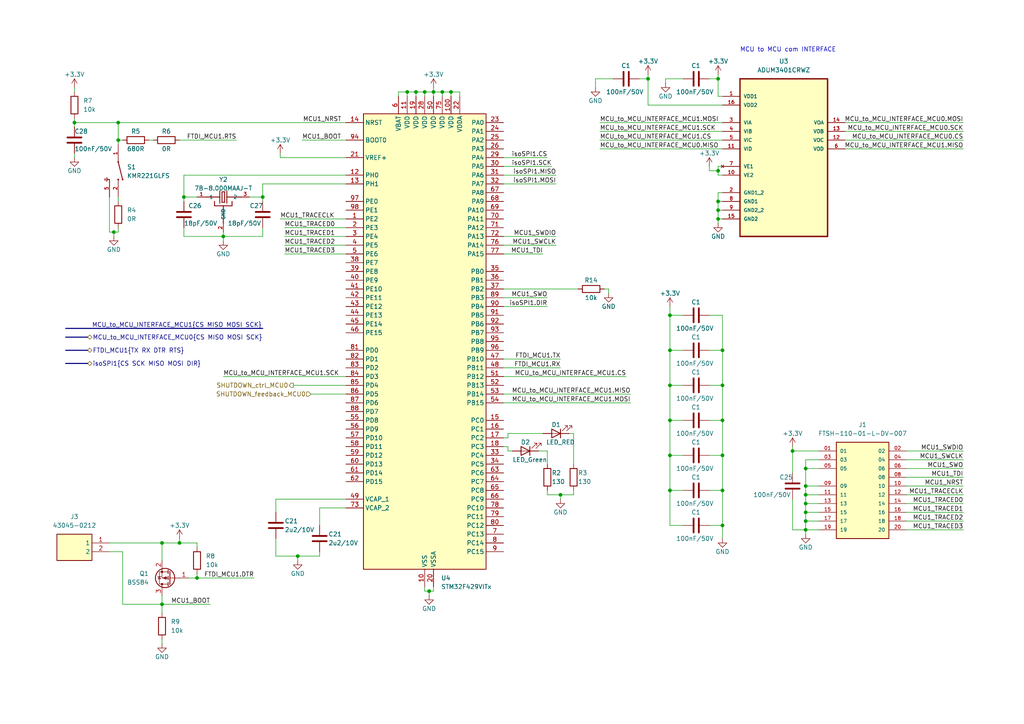
<source format=kicad_sch>
(kicad_sch (version 20230121) (generator eeschema)
  (paper "A4")
  (lib_symbols
    (symbol "43045-0212:43045-0212"
      (property "Reference" "J" (at 16.51 7.62 0))
      (property "Value" "43045-0212" (at 16.51 5.08 0))
      (symbol "43045-0212_1_1"
        (rectangle (start 5.08 2.54) (end 15.24 -5.08) (stroke (width 0.254)) (fill (type background)))
        (pin passive line (at 0 -2.54 0) (length 5.08) (name "1") (number "1"))
        (pin passive line (at 0 0 0) (length 5.08) (name "2") (number "2"))
      )
    )
    (symbol "7B-8.000MAAJ-T:7B-8.000MAAJ-T" (pin_names (offset 1.016))
      (property "Reference" "Y" (at 3.8109 -4.0649 0))
      (property "Value" "7B-8.000MAAJ-T" (at 3.8168 -6.3614 0))
      (symbol "7B-8.000MAAJ-T_0_0"
        (polyline (pts (xy -5.08 0) (xy -1.016 0)) (stroke (width 0.254)))
        (polyline (pts (xy -2.54 -2.54) (xy 0 -2.54)) (stroke (width 0.254)))
        (polyline (pts (xy -2.54 -1.27) (xy -2.54 -2.54)) (stroke (width 0.254)))
        (polyline (pts (xy -1.016 0) (xy -1.016 -1.778)) (stroke (width 0.254)))
        (polyline (pts (xy -1.016 1.778) (xy -1.016 0)) (stroke (width 0.254)))
        (polyline (pts (xy -0.381 -1.524) (xy 0.381 -1.524)) (stroke (width 0.254)))
        (polyline (pts (xy -0.381 1.524) (xy -0.381 -1.524)) (stroke (width 0.254)))
        (polyline (pts (xy 0 -2.54) (xy 0 -7.62)) (stroke (width 0.254)))
        (polyline (pts (xy 0 -2.54) (xy 2.54 -2.54)) (stroke (width 0.254)))
        (polyline (pts (xy 0.381 -1.524) (xy 0.381 1.524)) (stroke (width 0.254)))
        (polyline (pts (xy 0.381 1.524) (xy -0.381 1.524)) (stroke (width 0.254)))
        (polyline (pts (xy 1.016 0) (xy 1.016 -1.778)) (stroke (width 0.254)))
        (polyline (pts (xy 1.016 1.778) (xy 1.016 0)) (stroke (width 0.254)))
        (polyline (pts (xy 2.54 -2.54) (xy 2.54 -1.27)) (stroke (width 0.254)))
        (polyline (pts (xy 5.08 0) (xy 1.016 0)) (stroke (width 0.254)))
        (pin passive line (at -7.62 0 0) (length 2.54) (name "1") (number "1"))
        (pin passive line (at 0 -10.16 90) (length 2.54) (name "GND") (number "2"))
        (pin passive line (at 7.62 0 180) (length 2.54) (name "2") (number "3"))
      )
    )
    (symbol "ADUM3401CRWZ:ADUM3401CRWZ" (pin_names (offset 1.016))
      (property "Reference" "U" (at -4.7299 22.6067 0))
      (property "Value" "ADUM3401CRWZ" (at -6.0296 -28.5708 0))
      (symbol "ADUM3401CRWZ_0_0"
        (rectangle (start -12.7 -25.4) (end 12.7 20.32) (stroke (width 0.4064)) (fill (type background)))
        (pin power_in line (at -17.78 15.24 0) (length 5.08) (name "VDD1") (number "1"))
        (pin output line (at -17.78 -7.62 0) (length 5.08) (name "VE2") (number "10"))
        (pin output line (at -17.78 0 0) (length 5.08) (name "VID") (number "11"))
        (pin output line (at 17.78 2.54 180) (length 5.08) (name "VOC") (number "12"))
        (pin output line (at 17.78 5.08 180) (length 5.08) (name "VOB") (number "13"))
        (pin output line (at 17.78 7.62 180) (length 5.08) (name "VOA") (number "14"))
        (pin passive line (at -17.78 -20.32 0) (length 5.08) (name "GND2") (number "15"))
        (pin power_in line (at -17.78 12.7 0) (length 5.08) (name "VDD2") (number "16"))
        (pin passive line (at -17.78 -12.7 0) (length 5.08) (name "GND1_2") (number "2"))
        (pin input line (at -17.78 7.62 0) (length 5.08) (name "VIA") (number "3"))
        (pin input line (at -17.78 5.08 0) (length 5.08) (name "VIB") (number "4"))
        (pin input line (at -17.78 2.54 0) (length 5.08) (name "VIC") (number "5"))
        (pin input line (at 17.78 0 180) (length 5.08) (name "VOD") (number "6"))
        (pin no_connect line (at -17.78 -5.08 0) (length 5.08) (name "VE1") (number "7"))
        (pin passive line (at -17.78 -15.24 0) (length 5.08) (name "GND1") (number "8"))
        (pin passive line (at -17.78 -17.78 0) (length 5.08) (name "GND2_2") (number "9"))
      )
    )
    (symbol "Device:C" (pin_numbers hide) (pin_names (offset 0.254))
      (property "Reference" "C" (at 0.635 2.54 0))
      (property "Value" "C" (at 0.635 -2.54 0))
      (symbol "C_0_1"
        (polyline (pts (xy -2.032 -0.762) (xy 2.032 -0.762)) (stroke (width 0.508)))
        (polyline (pts (xy -2.032 0.762) (xy 2.032 0.762)) (stroke (width 0.508)))
      )
      (symbol "C_1_1"
        (pin passive line (at 0 3.81 270) (length 2.794) (name "~") (number "1"))
        (pin passive line (at 0 -3.81 90) (length 2.794) (name "~") (number "2"))
      )
    )
    (symbol "Device:LED" (pin_numbers hide) (pin_names (offset 1.016) hide)
      (property "Reference" "D" (at 0 2.54 0))
      (property "Value" "LED" (at 0 -2.54 0))
      (symbol "LED_0_1"
        (polyline (pts (xy -1.27 -1.27) (xy -1.27 1.27)) (stroke (width 0.254)))
        (polyline (pts (xy -1.27 0) (xy 1.27 0)))
        (polyline (pts (xy 1.27 -1.27) (xy 1.27 1.27) (xy -1.27 0) (xy 1.27 -1.27)) (stroke (width 0.254)))
        (polyline (pts (xy -3.048 -0.762) (xy -4.572 -2.286) (xy -3.81 -2.286) (xy -4.572 -2.286) (xy -4.572 -1.524)))
        (polyline (pts (xy -1.778 -0.762) (xy -3.302 -2.286) (xy -2.54 -2.286) (xy -3.302 -2.286) (xy -3.302 -1.524)))
      )
      (symbol "LED_1_1"
        (pin passive line (at -3.81 0 0) (length 2.54) (name "K") (number "1"))
        (pin passive line (at 3.81 0 180) (length 2.54) (name "A") (number "2"))
      )
    )
    (symbol "Device:R" (pin_numbers hide) (pin_names (offset 0))
      (property "Reference" "R" (at 2.032 0 90))
      (property "Value" "R" (at 0 0 90))
      (symbol "R_0_1"
        (rectangle (start -1.016 -2.54) (end 1.016 2.54) (stroke (width 0.254)))
      )
      (symbol "R_1_1"
        (pin passive line (at 0 3.81 270) (length 1.27) (name "~") (number "1"))
        (pin passive line (at 0 -3.81 90) (length 1.27) (name "~") (number "2"))
      )
    )
    (symbol "FTSH-110-01-L-DV-007:FTSH-110-01-L-DV-007" (pin_names (offset 1.016))
      (property "Reference" "J" (at -8.12 15.24 0))
      (property "Value" "FTSH-110-01-L-DV-007" (at -7.62 -15.24 0))
      (symbol "FTSH-110-01-L-DV-007_0_0"
        (rectangle (start -7.62 -12.7) (end 7.62 15.24) (stroke (width 0.254)) (fill (type background)))
        (pin passive line (at -12.7 12.7 0) (length 5.08) (name "01") (number "01"))
        (pin passive line (at 12.7 12.7 180) (length 5.08) (name "02") (number "02"))
        (pin passive line (at -12.7 10.16 0) (length 5.08) (name "03") (number "03"))
        (pin passive line (at 12.7 10.16 180) (length 5.08) (name "04") (number "04"))
        (pin passive line (at -12.7 7.62 0) (length 5.08) (name "05") (number "05"))
        (pin passive line (at 12.7 7.62 180) (length 5.08) (name "06") (number "06"))
        (pin passive line (at 12.7 5.08 180) (length 5.08) (name "08") (number "08"))
        (pin passive line (at -12.7 2.54 0) (length 5.08) (name "09") (number "09"))
        (pin passive line (at 12.7 2.54 180) (length 5.08) (name "10") (number "10"))
        (pin passive line (at -12.7 0 0) (length 5.08) (name "11") (number "11"))
        (pin passive line (at 12.7 0 180) (length 5.08) (name "12") (number "12"))
        (pin passive line (at -12.7 -2.54 0) (length 5.08) (name "13") (number "13"))
        (pin passive line (at 12.7 -2.54 180) (length 5.08) (name "14") (number "14"))
        (pin passive line (at -12.7 -5.08 0) (length 5.08) (name "15") (number "15"))
        (pin passive line (at 12.7 -5.08 180) (length 5.08) (name "16") (number "16"))
        (pin passive line (at -12.7 -7.62 0) (length 5.08) (name "17") (number "17"))
        (pin passive line (at 12.7 -7.62 180) (length 5.08) (name "18") (number "18"))
        (pin passive line (at -12.7 -10.16 0) (length 5.08) (name "19") (number "19"))
        (pin passive line (at 12.7 -10.16 180) (length 5.08) (name "20") (number "20"))
      )
    )
    (symbol "KMR221GLFS:KMR221GLFS" (pin_names (offset 1.016))
      (property "Reference" "S" (at -2.5401 2.2861 0))
      (property "Value" "KMR221GLFS" (at -2.7973 -6.3576 0))
      (symbol "KMR221GLFS_0_0"
        (circle (center -2.54 0) (radius 0.127) (stroke (width 0.254)))
        (polyline (pts (xy -2.54 0) (xy 2.54 1.27)) (stroke (width 0.254)))
        (polyline (pts (xy 2.286 -3.81) (xy 2.794 -3.81)) (stroke (width 0.254)))
        (polyline (pts (xy 2.54 -3.302) (xy 2.032 -3.302)) (stroke (width 0.254)))
        (polyline (pts (xy 2.54 -3.302) (xy 3.048 -3.302)) (stroke (width 0.254)))
        (polyline (pts (xy 2.54 -2.54) (xy 2.54 -3.302)) (stroke (width 0.254)))
        (circle (center 2.54 0) (radius 0.127) (stroke (width 0.254)))
        (circle (center 2.54 1.27) (radius 0.127) (stroke (width 0.254)))
        (pin passive line (at -7.62 0 0) (length 5.08) (name "~") (number "1"))
        (pin passive line (at 7.62 0 180) (length 5.08) (name "~") (number "2"))
        (pin passive line (at 7.62 -2.54 180) (length 5.08) (name "~") (number "5"))
      )
    )
    (symbol "MCU_ST_STM32F4:STM32F429VITx"
      (property "Reference" "U" (at -17.78 67.31 0))
      (property "Value" "STM32F429VITx" (at 12.7 67.31 0))
      (symbol "STM32F429VITx_0_1"
        (rectangle (start -17.78 -66.04) (end 17.78 66.04) (stroke (width 0.254)) (fill (type background)))
      )
      (symbol "STM32F429VITx_1_1"
        (pin bidirectional line (at -22.86 35.56 0) (length 5.08) (name "PE2") (number "1"))
        (pin power_in line (at 0 -71.12 90) (length 5.08) (name "VSS") (number "10"))
        (pin power_in line (at 7.62 71.12 270) (length 5.08) (name "VDD") (number "100"))
        (pin power_in line (at -5.08 71.12 270) (length 5.08) (name "VDD") (number "11"))
        (pin bidirectional line (at -22.86 48.26 0) (length 5.08) (name "PH0") (number "12"))
        (pin bidirectional line (at -22.86 45.72 0) (length 5.08) (name "PH1") (number "13"))
        (pin input line (at -22.86 63.5 0) (length 5.08) (name "NRST") (number "14"))
        (pin bidirectional line (at 22.86 -22.86 180) (length 5.08) (name "PC0") (number "15"))
        (pin bidirectional line (at 22.86 -25.4 180) (length 5.08) (name "PC1") (number "16"))
        (pin bidirectional line (at 22.86 -27.94 180) (length 5.08) (name "PC2") (number "17"))
        (pin bidirectional line (at 22.86 -30.48 180) (length 5.08) (name "PC3") (number "18"))
        (pin power_in line (at -2.54 71.12 270) (length 5.08) (name "VDD") (number "19"))
        (pin bidirectional line (at -22.86 33.02 0) (length 5.08) (name "PE3") (number "2"))
        (pin power_in line (at 2.54 -71.12 90) (length 5.08) (name "VSSA") (number "20"))
        (pin input line (at -22.86 53.34 0) (length 5.08) (name "VREF+") (number "21"))
        (pin power_in line (at 10.16 71.12 270) (length 5.08) (name "VDDA") (number "22"))
        (pin bidirectional line (at 22.86 63.5 180) (length 5.08) (name "PA0") (number "23"))
        (pin bidirectional line (at 22.86 60.96 180) (length 5.08) (name "PA1") (number "24"))
        (pin bidirectional line (at 22.86 58.42 180) (length 5.08) (name "PA2") (number "25"))
        (pin bidirectional line (at 22.86 55.88 180) (length 5.08) (name "PA3") (number "26"))
        (pin passive line (at 0 -71.12 90) (length 5.08) hide (name "VSS") (number "27"))
        (pin power_in line (at 0 71.12 270) (length 5.08) (name "VDD") (number "28"))
        (pin bidirectional line (at 22.86 53.34 180) (length 5.08) (name "PA4") (number "29"))
        (pin bidirectional line (at -22.86 30.48 0) (length 5.08) (name "PE4") (number "3"))
        (pin bidirectional line (at 22.86 50.8 180) (length 5.08) (name "PA5") (number "30"))
        (pin bidirectional line (at 22.86 48.26 180) (length 5.08) (name "PA6") (number "31"))
        (pin bidirectional line (at 22.86 45.72 180) (length 5.08) (name "PA7") (number "32"))
        (pin bidirectional line (at 22.86 -33.02 180) (length 5.08) (name "PC4") (number "33"))
        (pin bidirectional line (at 22.86 -35.56 180) (length 5.08) (name "PC5") (number "34"))
        (pin bidirectional line (at 22.86 20.32 180) (length 5.08) (name "PB0") (number "35"))
        (pin bidirectional line (at 22.86 17.78 180) (length 5.08) (name "PB1") (number "36"))
        (pin bidirectional line (at 22.86 15.24 180) (length 5.08) (name "PB2") (number "37"))
        (pin bidirectional line (at -22.86 22.86 0) (length 5.08) (name "PE7") (number "38"))
        (pin bidirectional line (at -22.86 20.32 0) (length 5.08) (name "PE8") (number "39"))
        (pin bidirectional line (at -22.86 27.94 0) (length 5.08) (name "PE5") (number "4"))
        (pin bidirectional line (at -22.86 17.78 0) (length 5.08) (name "PE9") (number "40"))
        (pin bidirectional line (at -22.86 15.24 0) (length 5.08) (name "PE10") (number "41"))
        (pin bidirectional line (at -22.86 12.7 0) (length 5.08) (name "PE11") (number "42"))
        (pin bidirectional line (at -22.86 10.16 0) (length 5.08) (name "PE12") (number "43"))
        (pin bidirectional line (at -22.86 7.62 0) (length 5.08) (name "PE13") (number "44"))
        (pin bidirectional line (at -22.86 5.08 0) (length 5.08) (name "PE14") (number "45"))
        (pin bidirectional line (at -22.86 2.54 0) (length 5.08) (name "PE15") (number "46"))
        (pin bidirectional line (at 22.86 -5.08 180) (length 5.08) (name "PB10") (number "47"))
        (pin bidirectional line (at 22.86 -7.62 180) (length 5.08) (name "PB11") (number "48"))
        (pin power_out line (at -22.86 -45.72 0) (length 5.08) (name "VCAP_1") (number "49"))
        (pin bidirectional line (at -22.86 25.4 0) (length 5.08) (name "PE6") (number "5"))
        (pin power_in line (at 2.54 71.12 270) (length 5.08) (name "VDD") (number "50"))
        (pin bidirectional line (at 22.86 -10.16 180) (length 5.08) (name "PB12") (number "51"))
        (pin bidirectional line (at 22.86 -12.7 180) (length 5.08) (name "PB13") (number "52"))
        (pin bidirectional line (at 22.86 -15.24 180) (length 5.08) (name "PB14") (number "53"))
        (pin bidirectional line (at 22.86 -17.78 180) (length 5.08) (name "PB15") (number "54"))
        (pin bidirectional line (at -22.86 -22.86 0) (length 5.08) (name "PD8") (number "55"))
        (pin bidirectional line (at -22.86 -25.4 0) (length 5.08) (name "PD9") (number "56"))
        (pin bidirectional line (at -22.86 -27.94 0) (length 5.08) (name "PD10") (number "57"))
        (pin bidirectional line (at -22.86 -30.48 0) (length 5.08) (name "PD11") (number "58"))
        (pin bidirectional line (at -22.86 -33.02 0) (length 5.08) (name "PD12") (number "59"))
        (pin power_in line (at -7.62 71.12 270) (length 5.08) (name "VBAT") (number "6"))
        (pin bidirectional line (at -22.86 -35.56 0) (length 5.08) (name "PD13") (number "60"))
        (pin bidirectional line (at -22.86 -38.1 0) (length 5.08) (name "PD14") (number "61"))
        (pin bidirectional line (at -22.86 -40.64 0) (length 5.08) (name "PD15") (number "62"))
        (pin bidirectional line (at 22.86 -38.1 180) (length 5.08) (name "PC6") (number "63"))
        (pin bidirectional line (at 22.86 -40.64 180) (length 5.08) (name "PC7") (number "64"))
        (pin bidirectional line (at 22.86 -43.18 180) (length 5.08) (name "PC8") (number "65"))
        (pin bidirectional line (at 22.86 -45.72 180) (length 5.08) (name "PC9") (number "66"))
        (pin bidirectional line (at 22.86 43.18 180) (length 5.08) (name "PA8") (number "67"))
        (pin bidirectional line (at 22.86 40.64 180) (length 5.08) (name "PA9") (number "68"))
        (pin bidirectional line (at 22.86 38.1 180) (length 5.08) (name "PA10") (number "69"))
        (pin bidirectional line (at 22.86 -55.88 180) (length 5.08) (name "PC13") (number "7"))
        (pin bidirectional line (at 22.86 35.56 180) (length 5.08) (name "PA11") (number "70"))
        (pin bidirectional line (at 22.86 33.02 180) (length 5.08) (name "PA12") (number "71"))
        (pin bidirectional line (at 22.86 30.48 180) (length 5.08) (name "PA13") (number "72"))
        (pin power_out line (at -22.86 -48.26 0) (length 5.08) (name "VCAP_2") (number "73"))
        (pin passive line (at 0 -71.12 90) (length 5.08) hide (name "VSS") (number "74"))
        (pin power_in line (at 5.08 71.12 270) (length 5.08) (name "VDD") (number "75"))
        (pin bidirectional line (at 22.86 27.94 180) (length 5.08) (name "PA14") (number "76"))
        (pin bidirectional line (at 22.86 25.4 180) (length 5.08) (name "PA15") (number "77"))
        (pin bidirectional line (at 22.86 -48.26 180) (length 5.08) (name "PC10") (number "78"))
        (pin bidirectional line (at 22.86 -50.8 180) (length 5.08) (name "PC11") (number "79"))
        (pin bidirectional line (at 22.86 -58.42 180) (length 5.08) (name "PC14") (number "8"))
        (pin bidirectional line (at 22.86 -53.34 180) (length 5.08) (name "PC12") (number "80"))
        (pin bidirectional line (at -22.86 -2.54 0) (length 5.08) (name "PD0") (number "81"))
        (pin bidirectional line (at -22.86 -5.08 0) (length 5.08) (name "PD1") (number "82"))
        (pin bidirectional line (at -22.86 -7.62 0) (length 5.08) (name "PD2") (number "83"))
        (pin bidirectional line (at -22.86 -10.16 0) (length 5.08) (name "PD3") (number "84"))
        (pin bidirectional line (at -22.86 -12.7 0) (length 5.08) (name "PD4") (number "85"))
        (pin bidirectional line (at -22.86 -15.24 0) (length 5.08) (name "PD5") (number "86"))
        (pin bidirectional line (at -22.86 -17.78 0) (length 5.08) (name "PD6") (number "87"))
        (pin bidirectional line (at -22.86 -20.32 0) (length 5.08) (name "PD7") (number "88"))
        (pin bidirectional line (at 22.86 12.7 180) (length 5.08) (name "PB3") (number "89"))
        (pin bidirectional line (at 22.86 -60.96 180) (length 5.08) (name "PC15") (number "9"))
        (pin bidirectional line (at 22.86 10.16 180) (length 5.08) (name "PB4") (number "90"))
        (pin bidirectional line (at 22.86 7.62 180) (length 5.08) (name "PB5") (number "91"))
        (pin bidirectional line (at 22.86 5.08 180) (length 5.08) (name "PB6") (number "92"))
        (pin bidirectional line (at 22.86 2.54 180) (length 5.08) (name "PB7") (number "93"))
        (pin input line (at -22.86 58.42 0) (length 5.08) (name "BOOT0") (number "94"))
        (pin bidirectional line (at 22.86 0 180) (length 5.08) (name "PB8") (number "95"))
        (pin bidirectional line (at 22.86 -2.54 180) (length 5.08) (name "PB9") (number "96"))
        (pin bidirectional line (at -22.86 40.64 0) (length 5.08) (name "PE0") (number "97"))
        (pin bidirectional line (at -22.86 38.1 0) (length 5.08) (name "PE1") (number "98"))
        (pin passive line (at 0 -71.12 90) (length 5.08) hide (name "VSS") (number "99"))
      )
    )
    (symbol "Transistor_FET:BSS84" (pin_names hide)
      (property "Reference" "Q" (at 5.08 1.905 0))
      (property "Value" "BSS84" (at 5.08 0 0))
      (symbol "BSS84_0_1"
        (polyline (pts (xy 0.254 0) (xy -2.54 0)))
        (polyline (pts (xy 0.254 1.905) (xy 0.254 -1.905)) (stroke (width 0.254)))
        (polyline (pts (xy 0.762 -1.27) (xy 0.762 -2.286)) (stroke (width 0.254)))
        (polyline (pts (xy 0.762 0.508) (xy 0.762 -0.508)) (stroke (width 0.254)))
        (polyline (pts (xy 0.762 2.286) (xy 0.762 1.27)) (stroke (width 0.254)))
        (polyline (pts (xy 2.54 2.54) (xy 2.54 1.778)))
        (polyline (pts (xy 2.54 -2.54) (xy 2.54 0) (xy 0.762 0)))
        (polyline (pts (xy 0.762 1.778) (xy 3.302 1.778) (xy 3.302 -1.778) (xy 0.762 -1.778)))
        (polyline (pts (xy 2.286 0) (xy 1.27 0.381) (xy 1.27 -0.381) (xy 2.286 0)) (fill (type outline)))
        (polyline (pts (xy 2.794 -0.508) (xy 2.921 -0.381) (xy 3.683 -0.381) (xy 3.81 -0.254)))
        (polyline (pts (xy 3.302 -0.381) (xy 2.921 0.254) (xy 3.683 0.254) (xy 3.302 -0.381)))
        (circle (center 1.651 0) (radius 2.794) (stroke (width 0.254)))
        (circle (center 2.54 -1.778) (radius 0.254) (fill (type outline)))
        (circle (center 2.54 1.778) (radius 0.254) (fill (type outline)))
      )
      (symbol "BSS84_1_1"
        (pin input line (at -5.08 0 0) (length 2.54) (name "G") (number "1"))
        (pin passive line (at 2.54 -5.08 90) (length 2.54) (name "S") (number "2"))
        (pin passive line (at 2.54 5.08 270) (length 2.54) (name "D") (number "3"))
      )
    )
    (symbol "bmsPower_Symbols:+3V3_0" (power) (in_bom no) (on_board no)
      (property "Value" "+3V3_0" (at 0 3.302 0))
      (symbol "+3V3_0_0_1"
        (polyline (pts (xy -0.762 1.27) (xy 0 2.54)))
        (polyline (pts (xy 0 0) (xy 0 2.54)))
        (polyline (pts (xy 0 2.54) (xy 0.762 1.27)))
      )
      (symbol "+3V3_0_1_1"
        (pin power_in line (at 0 0 90) (length 0) hide (name "+3.3V") (number "1"))
      )
    )
    (symbol "bmsPower_Symbols:GND_0" (power) (in_bom no) (on_board no)
      (property "Value" "GND_0" (at 0 -4.064 0))
      (symbol "GND_0_0_1"
        (polyline (pts (xy 0 0) (xy 0 -1.27) (xy 1.27 -1.27) (xy 0 -2.54) (xy -1.27 -1.27) (xy 0 -1.27)))
      )
      (symbol "GND_0_1_1"
        (pin power_in line (at 0 0 270) (length 0) hide (name "GND") (number "1"))
      )
    )
  )
  (junction (at 124.46 171.45))
  (junction (at 194.31 132.08))
  (junction (at 125.73 26.67))
  (junction (at 233.68 146.05))
  (junction (at 21.59 35.56))
  (junction (at 233.68 135.89))
  (junction (at 208.28 58.42))
  (junction (at 233.68 140.97))
  (junction (at 209.55 111.76))
  (junction (at 209.55 152.4))
  (junction (at 128.27 26.67))
  (junction (at 208.28 22.86))
  (junction (at 46.99 157.48))
  (junction (at 194.31 121.92))
  (junction (at 53.34 57.15))
  (junction (at 33.02 67.31))
  (junction (at 194.31 142.24))
  (junction (at 208.28 60.96))
  (junction (at 208.28 49.53))
  (junction (at 233.68 151.13))
  (junction (at 233.68 143.51))
  (junction (at 76.2 57.15))
  (junction (at 162.56 143.51))
  (junction (at 194.31 111.76))
  (junction (at 34.29 35.56))
  (junction (at 86.36 161.29))
  (junction (at 130.81 26.67))
  (junction (at 229.87 130.81))
  (junction (at 233.68 153.67))
  (junction (at 120.65 26.67))
  (junction (at 194.31 91.44))
  (junction (at 52.07 157.48))
  (junction (at 64.77 68.58))
  (junction (at 209.55 142.24))
  (junction (at 194.31 101.6))
  (junction (at 57.15 167.64))
  (junction (at 209.55 101.6))
  (junction (at 208.28 63.5))
  (junction (at 187.96 22.86))
  (junction (at 123.19 26.67))
  (junction (at 118.11 26.67))
  (junction (at 46.99 175.26))
  (junction (at 233.68 148.59))
  (junction (at 209.55 121.92))
  (junction (at 34.29 40.64))
  (junction (at 209.55 132.08))
  (wire (pts (xy 146.05 88.9) (xy 158.75 88.9)))
  (wire (pts (xy 205.74 101.6) (xy 209.55 101.6)))
  (wire (pts (xy 64.77 68.58) (xy 64.77 69.85)))
  (wire (pts (xy 34.29 35.56) (xy 100.33 35.56)))
  (wire (pts (xy 57.15 167.64) (xy 73.66 167.64)))
  (wire (pts (xy 176.53 83.82) (xy 176.53 85.09)))
  (wire (pts (xy 208.28 21.59) (xy 208.28 22.86)))
  (wire (pts (xy 76.2 66.04) (xy 76.2 68.58)))
  (wire (pts (xy 64.77 67.31) (xy 64.77 68.58)))
  (wire (pts (xy 52.07 156.21) (xy 52.07 157.48)))
  (wire (pts (xy 76.2 53.34) (xy 100.33 53.34)))
  (wire (pts (xy 46.99 172.72) (xy 46.99 175.26)))
  (wire (pts (xy 100.33 63.5) (xy 81.28 63.5)))
  (wire (pts (xy 262.89 130.81) (xy 279.4 130.81)))
  (wire (pts (xy 21.59 34.29) (xy 21.59 35.56)))
  (wire (pts (xy 123.19 26.67) (xy 125.73 26.67)))
  (bus (pts (xy 19.05 105.41) (xy 25.4 105.41)))
  (wire (pts (xy 53.34 57.15) (xy 53.34 58.42)))
  (wire (pts (xy 205.74 132.08) (xy 209.55 132.08)))
  (wire (pts (xy 233.68 143.51) (xy 233.68 146.05)))
  (wire (pts (xy 72.39 57.15) (xy 76.2 57.15)))
  (wire (pts (xy 262.89 146.05) (xy 279.4 146.05)))
  (wire (pts (xy 229.87 130.81) (xy 237.49 130.81)))
  (wire (pts (xy 31.75 157.48) (xy 46.99 157.48)))
  (wire (pts (xy 146.05 104.14) (xy 162.56 104.14)))
  (wire (pts (xy 156.21 130.81) (xy 158.75 130.81)))
  (wire (pts (xy 208.28 27.94) (xy 209.55 27.94)))
  (wire (pts (xy 46.99 185.42) (xy 46.99 186.69)))
  (wire (pts (xy 86.36 161.29) (xy 92.71 161.29)))
  (wire (pts (xy 166.37 142.24) (xy 166.37 143.51)))
  (wire (pts (xy 146.05 114.3) (xy 182.88 114.3)))
  (wire (pts (xy 233.68 148.59) (xy 233.68 151.13)))
  (wire (pts (xy 262.89 153.67) (xy 279.4 153.67)))
  (wire (pts (xy 120.65 26.67) (xy 123.19 26.67)))
  (wire (pts (xy 123.19 26.67) (xy 123.19 27.94)))
  (wire (pts (xy 146.05 109.22) (xy 181.61 109.22)))
  (wire (pts (xy 76.2 57.15) (xy 76.2 58.42)))
  (wire (pts (xy 87.63 40.64) (xy 100.33 40.64)))
  (wire (pts (xy 100.33 73.66) (xy 82.55 73.66)))
  (wire (pts (xy 146.05 48.26) (xy 160.02 48.26)))
  (wire (pts (xy 118.11 26.67) (xy 120.65 26.67)))
  (wire (pts (xy 245.11 40.64) (xy 279.4 40.64)))
  (wire (pts (xy 128.27 26.67) (xy 128.27 27.94)))
  (wire (pts (xy 173.99 38.1) (xy 209.55 38.1)))
  (wire (pts (xy 233.68 146.05) (xy 237.49 146.05)))
  (wire (pts (xy 90.17 114.3) (xy 100.33 114.3)))
  (wire (pts (xy 146.05 116.84) (xy 182.88 116.84)))
  (wire (pts (xy 208.28 55.88) (xy 209.55 55.88)))
  (wire (pts (xy 194.31 101.6) (xy 198.12 101.6)))
  (wire (pts (xy 146.05 106.68) (xy 162.56 106.68)))
  (wire (pts (xy 123.19 170.18) (xy 123.19 171.45)))
  (wire (pts (xy 53.34 50.8) (xy 100.33 50.8)))
  (wire (pts (xy 64.77 68.58) (xy 76.2 68.58)))
  (wire (pts (xy 34.29 40.64) (xy 35.56 40.64)))
  (wire (pts (xy 100.33 66.04) (xy 82.55 66.04)))
  (wire (pts (xy 262.89 140.97) (xy 279.4 140.97)))
  (wire (pts (xy 53.34 57.15) (xy 57.15 57.15)))
  (wire (pts (xy 34.29 57.15) (xy 34.29 58.42)))
  (wire (pts (xy 34.29 66.04) (xy 34.29 67.31)))
  (wire (pts (xy 165.1 125.73) (xy 166.37 125.73)))
  (wire (pts (xy 194.31 91.44) (xy 194.31 101.6)))
  (wire (pts (xy 262.89 143.51) (xy 279.4 143.51)))
  (wire (pts (xy 208.28 63.5) (xy 209.55 63.5)))
  (wire (pts (xy 233.68 140.97) (xy 237.49 140.97)))
  (wire (pts (xy 185.42 22.86) (xy 187.96 22.86)))
  (wire (pts (xy 194.31 111.76) (xy 198.12 111.76)))
  (bus (pts (xy 19.05 97.79) (xy 25.4 97.79)))
  (wire (pts (xy 125.73 25.4) (xy 125.73 26.67)))
  (wire (pts (xy 194.31 88.9) (xy 194.31 91.44)))
  (wire (pts (xy 124.46 171.45) (xy 124.46 172.72)))
  (wire (pts (xy 194.31 121.92) (xy 198.12 121.92)))
  (wire (pts (xy 146.05 50.8) (xy 161.29 50.8)))
  (wire (pts (xy 80.01 144.78) (xy 100.33 144.78)))
  (wire (pts (xy 33.02 67.31) (xy 33.02 68.58)))
  (wire (pts (xy 146.05 129.54) (xy 147.32 129.54)))
  (wire (pts (xy 194.31 132.08) (xy 198.12 132.08)))
  (wire (pts (xy 209.55 152.4) (xy 209.55 156.21)))
  (wire (pts (xy 46.99 157.48) (xy 46.99 162.56)))
  (wire (pts (xy 233.68 151.13) (xy 237.49 151.13)))
  (wire (pts (xy 233.68 133.35) (xy 237.49 133.35)))
  (wire (pts (xy 187.96 22.86) (xy 187.96 30.48)))
  (wire (pts (xy 80.01 144.78) (xy 80.01 148.59)))
  (wire (pts (xy 262.89 133.35) (xy 279.4 133.35)))
  (wire (pts (xy 166.37 125.73) (xy 166.37 134.62)))
  (wire (pts (xy 100.33 71.12) (xy 82.55 71.12)))
  (wire (pts (xy 262.89 148.59) (xy 279.4 148.59)))
  (wire (pts (xy 194.31 142.24) (xy 198.12 142.24)))
  (wire (pts (xy 209.55 111.76) (xy 209.55 121.92)))
  (wire (pts (xy 194.31 142.24) (xy 194.31 152.4)))
  (wire (pts (xy 208.28 58.42) (xy 209.55 58.42)))
  (wire (pts (xy 233.68 146.05) (xy 233.68 148.59)))
  (wire (pts (xy 158.75 142.24) (xy 158.75 143.51)))
  (wire (pts (xy 209.55 121.92) (xy 209.55 132.08)))
  (wire (pts (xy 233.68 133.35) (xy 233.68 135.89)))
  (wire (pts (xy 205.74 22.86) (xy 208.28 22.86)))
  (wire (pts (xy 205.74 49.53) (xy 205.74 48.26)))
  (bus (pts (xy 19.05 101.6) (xy 25.4 101.6)))
  (wire (pts (xy 147.32 125.73) (xy 157.48 125.73)))
  (wire (pts (xy 133.35 26.67) (xy 133.35 27.94)))
  (wire (pts (xy 21.59 44.45) (xy 21.59 45.72)))
  (wire (pts (xy 158.75 130.81) (xy 158.75 134.62)))
  (wire (pts (xy 115.57 26.67) (xy 118.11 26.67)))
  (wire (pts (xy 187.96 30.48) (xy 209.55 30.48)))
  (wire (pts (xy 147.32 130.81) (xy 148.59 130.81)))
  (wire (pts (xy 123.19 171.45) (xy 124.46 171.45)))
  (wire (pts (xy 86.36 161.29) (xy 86.36 162.56)))
  (wire (pts (xy 173.99 43.18) (xy 209.55 43.18)))
  (wire (pts (xy 262.89 138.43) (xy 279.4 138.43)))
  (wire (pts (xy 262.89 151.13) (xy 279.4 151.13)))
  (wire (pts (xy 209.55 142.24) (xy 209.55 152.4)))
  (wire (pts (xy 208.28 22.86) (xy 208.28 27.94)))
  (wire (pts (xy 118.11 26.67) (xy 118.11 27.94)))
  (wire (pts (xy 130.81 26.67) (xy 130.81 27.94)))
  (wire (pts (xy 43.18 40.64) (xy 44.45 40.64)))
  (wire (pts (xy 205.74 121.92) (xy 209.55 121.92)))
  (wire (pts (xy 245.11 38.1) (xy 279.4 38.1)))
  (wire (pts (xy 229.87 129.54) (xy 229.87 130.81)))
  (wire (pts (xy 208.28 58.42) (xy 208.28 60.96)))
  (wire (pts (xy 125.73 26.67) (xy 128.27 26.67)))
  (wire (pts (xy 208.28 48.26) (xy 208.28 49.53)))
  (wire (pts (xy 92.71 147.32) (xy 92.71 152.4)))
  (wire (pts (xy 209.55 132.08) (xy 209.55 142.24)))
  (wire (pts (xy 194.31 91.44) (xy 198.12 91.44)))
  (wire (pts (xy 124.46 171.45) (xy 125.73 171.45)))
  (wire (pts (xy 233.68 135.89) (xy 233.68 140.97)))
  (wire (pts (xy 31.75 160.02) (xy 35.56 160.02)))
  (wire (pts (xy 128.27 26.67) (xy 130.81 26.67)))
  (wire (pts (xy 233.68 135.89) (xy 237.49 135.89)))
  (wire (pts (xy 21.59 35.56) (xy 21.59 36.83)))
  (wire (pts (xy 233.68 154.94) (xy 233.68 153.67)))
  (wire (pts (xy 229.87 130.81) (xy 229.87 137.16)))
  (wire (pts (xy 245.11 43.18) (xy 279.4 43.18)))
  (wire (pts (xy 193.04 22.86) (xy 193.04 24.13)))
  (wire (pts (xy 194.31 152.4) (xy 198.12 152.4)))
  (wire (pts (xy 205.74 142.24) (xy 209.55 142.24)))
  (wire (pts (xy 57.15 166.37) (xy 57.15 167.64)))
  (wire (pts (xy 245.11 35.56) (xy 279.4 35.56)))
  (wire (pts (xy 205.74 111.76) (xy 209.55 111.76)))
  (wire (pts (xy 194.31 132.08) (xy 194.31 142.24)))
  (wire (pts (xy 147.32 129.54) (xy 147.32 130.81)))
  (wire (pts (xy 209.55 91.44) (xy 209.55 101.6)))
  (wire (pts (xy 21.59 35.56) (xy 34.29 35.56)))
  (wire (pts (xy 54.61 167.64) (xy 57.15 167.64)))
  (wire (pts (xy 147.32 125.73) (xy 147.32 127)))
  (wire (pts (xy 146.05 86.36) (xy 158.75 86.36)))
  (wire (pts (xy 53.34 50.8) (xy 53.34 57.15)))
  (wire (pts (xy 146.05 45.72) (xy 158.75 45.72)))
  (wire (pts (xy 146.05 68.58) (xy 161.29 68.58)))
  (wire (pts (xy 46.99 157.48) (xy 52.07 157.48)))
  (wire (pts (xy 229.87 144.78) (xy 229.87 153.67)))
  (wire (pts (xy 92.71 147.32) (xy 100.33 147.32)))
  (wire (pts (xy 125.73 26.67) (xy 125.73 27.94)))
  (wire (pts (xy 162.56 143.51) (xy 162.56 144.78)))
  (wire (pts (xy 208.28 60.96) (xy 208.28 63.5)))
  (wire (pts (xy 205.74 91.44) (xy 209.55 91.44)))
  (wire (pts (xy 146.05 53.34) (xy 161.29 53.34)))
  (wire (pts (xy 208.28 55.88) (xy 208.28 58.42)))
  (wire (pts (xy 205.74 152.4) (xy 209.55 152.4)))
  (wire (pts (xy 208.28 50.8) (xy 209.55 50.8)))
  (wire (pts (xy 35.56 160.02) (xy 35.56 175.26)))
  (wire (pts (xy 194.31 121.92) (xy 194.31 132.08)))
  (wire (pts (xy 21.59 25.4) (xy 21.59 26.67)))
  (wire (pts (xy 52.07 40.64) (xy 68.58 40.64)))
  (wire (pts (xy 208.28 60.96) (xy 209.55 60.96)))
  (wire (pts (xy 173.99 35.56) (xy 209.55 35.56)))
  (wire (pts (xy 187.96 21.59) (xy 187.96 22.86)))
  (wire (pts (xy 33.02 67.31) (xy 34.29 67.31)))
  (wire (pts (xy 146.05 71.12) (xy 161.29 71.12)))
  (wire (pts (xy 158.75 143.51) (xy 162.56 143.51)))
  (wire (pts (xy 172.72 22.86) (xy 172.72 25.4)))
  (wire (pts (xy 57.15 157.48) (xy 57.15 158.75)))
  (wire (pts (xy 115.57 26.67) (xy 115.57 27.94)))
  (wire (pts (xy 53.34 66.04) (xy 53.34 68.58)))
  (wire (pts (xy 80.01 161.29) (xy 86.36 161.29)))
  (wire (pts (xy 208.28 49.53) (xy 208.28 50.8)))
  (wire (pts (xy 81.28 44.45) (xy 81.28 45.72)))
  (wire (pts (xy 46.99 175.26) (xy 60.96 175.26)))
  (wire (pts (xy 194.31 101.6) (xy 194.31 111.76)))
  (wire (pts (xy 52.07 157.48) (xy 57.15 157.48)))
  (wire (pts (xy 80.01 156.21) (xy 80.01 161.29)))
  (wire (pts (xy 120.65 26.67) (xy 120.65 27.94)))
  (wire (pts (xy 130.81 26.67) (xy 133.35 26.67)))
  (wire (pts (xy 233.68 151.13) (xy 233.68 153.67)))
  (wire (pts (xy 76.2 53.34) (xy 76.2 57.15)))
  (wire (pts (xy 53.34 68.58) (xy 64.77 68.58)))
  (wire (pts (xy 162.56 143.51) (xy 166.37 143.51)))
  (wire (pts (xy 173.99 40.64) (xy 209.55 40.64)))
  (wire (pts (xy 34.29 40.64) (xy 34.29 41.91)))
  (wire (pts (xy 46.99 175.26) (xy 46.99 177.8)))
  (wire (pts (xy 193.04 22.86) (xy 198.12 22.86)))
  (wire (pts (xy 208.28 63.5) (xy 208.28 64.77)))
  (wire (pts (xy 194.31 111.76) (xy 194.31 121.92)))
  (wire (pts (xy 33.02 67.31) (xy 31.75 67.31)))
  (wire (pts (xy 233.68 143.51) (xy 237.49 143.51)))
  (wire (pts (xy 146.05 83.82) (xy 167.64 83.82)))
  (wire (pts (xy 233.68 140.97) (xy 233.68 143.51)))
  (wire (pts (xy 205.74 49.53) (xy 208.28 49.53)))
  (wire (pts (xy 208.28 48.26) (xy 209.55 48.26)))
  (wire (pts (xy 85.09 111.76) (xy 100.33 111.76)))
  (wire (pts (xy 35.56 175.26) (xy 46.99 175.26)))
  (wire (pts (xy 81.28 45.72) (xy 100.33 45.72)))
  (wire (pts (xy 100.33 109.22) (xy 64.77 109.22)))
  (wire (pts (xy 175.26 83.82) (xy 176.53 83.82)))
  (wire (pts (xy 262.89 135.89) (xy 279.4 135.89)))
  (wire (pts (xy 172.72 22.86) (xy 177.8 22.86)))
  (wire (pts (xy 233.68 148.59) (xy 237.49 148.59)))
  (wire (pts (xy 100.33 68.58) (xy 82.55 68.58)))
  (wire (pts (xy 146.05 127) (xy 147.32 127)))
  (wire (pts (xy 92.71 160.02) (xy 92.71 161.29)))
  (wire (pts (xy 31.75 67.31) (xy 31.75 57.15)))
  (wire (pts (xy 34.29 35.56) (xy 34.29 40.64)))
  (wire (pts (xy 125.73 170.18) (xy 125.73 171.45)))
  (wire (pts (xy 233.68 153.67) (xy 237.49 153.67)))
  (wire (pts (xy 146.05 73.66) (xy 157.48 73.66)))
  (wire (pts (xy 209.55 101.6) (xy 209.55 111.76)))
  (wire (pts (xy 229.87 153.67) (xy 233.68 153.67)))
  (bus (pts (xy 19.05 95.25) (xy 76.2 95.25)))
  (text "MCU to MCU com INTERFACE" (at 214.63 15.24 0) (effects (font (size 1.27 1.27)) (justify left bottom)))
  (label "MCU1_TRACED3" (at 82.55 73.66 0))
  (label "MCU1_TRACED3" (at 279.4 153.67 180))
  (label "MCU1_TDI" (at 157.48 73.66 180))
  (label "isoSPI1.MISO" (at 161.29 50.8 180))
  (label "MCU_to_MCU_INTERFACE_MCU1.CS" (at 181.61 109.22 180))
  (label "MCU_to_MCU_INTERFACE_MCU1.MISO" (at 182.88 114.3 180))
  (label "MCU_to_MCU_INTERFACE_MCU0.SCK" (at 279.4 38.1 180))
  (label "MCU1_SWCLK" (at 279.4 133.35 180))
  (label "MCU_to_MCU_INTERFACE_MCU1.MOSI" (at 182.88 116.84 180))
  (label "MCU1_SWDIO" (at 279.4 130.81 180))
  (label "MCU_to_MCU_INTERFACE_MCU0.MISO" (at 173.99 43.18 0))
  (label "MCU1_SWO" (at 279.4 135.89 180))
  (label "MCU_to_MCU_INTERFACE_MCU0.CS" (at 279.4 40.64 180))
  (label "MCU1_TRACED2" (at 82.55 71.12 0))
  (label "MCU1_TRACED0" (at 279.4 146.05 180))
  (label "MCU1_BOOT" (at 87.63 40.64 0))
  (label "MCU_to_MCU_INTERFACE_MCU1.SCK" (at 173.99 38.1 0))
  (label "isoSPI1.CS" (at 158.75 45.72 180))
  (label "FTDI_MCU1.RTS" (at 68.58 40.64 180))
  (label "MCU1_TRACECLK" (at 279.4 143.51 180))
  (label "MCU1_SWO" (at 158.75 86.36 180))
  (label "MCU_to_MCU_INTERFACE_MCU1{CS MISO MOSI SCK}" (at 26.67 95.25 0))
  (label "MCU1_SWDIO" (at 161.29 68.58 180))
  (label "MCU1_NRST" (at 279.4 140.97 180))
  (label "MCU1_TRACED1" (at 279.4 148.59 180))
  (label "isoSPI1.SCK" (at 160.02 48.26 180))
  (label "FTDI_MCU1.TX" (at 162.56 104.14 180))
  (label "MCU1_BOOT" (at 60.96 175.26 180))
  (label "MCU_to_MCU_INTERFACE_MCU1.MOSI" (at 173.99 35.56 0))
  (label "MCU1_TRACED0" (at 82.55 66.04 0))
  (label "FTDI_MCU1.RX" (at 162.56 106.68 180))
  (label "MCU_to_MCU_INTERFACE_MCU0.MOSI" (at 279.4 35.56 180))
  (label "MCU1_TRACED1" (at 82.55 68.58 0))
  (label "MCU_to_MCU_INTERFACE_MCU1.CS" (at 173.99 40.64 0))
  (label "isoSPI1.DIR" (at 158.75 88.9 180))
  (label "MCU1_TRACED2" (at 279.4 151.13 180))
  (label "MCU_to_MCU_INTERFACE_MCU1.MISO" (at 279.4 43.18 180))
  (label "isoSPI1.MOSI" (at 161.29 53.34 180))
  (label "MCU_to_MCU_INTERFACE_MCU1.SCK" (at 64.77 109.22 0))
  (label "MCU1_SWCLK" (at 161.29 71.12 180))
  (label "MCU1_TDI" (at 279.4 138.43 180))
  (label "MCU1_TRACECLK" (at 81.28 63.5 0))
  (label "MCU1_NRST" (at 99.06 35.56 180))
  (label "FTDI_MCU1.DTR" (at 73.66 167.64 180))
  (hierarchical_label "FTDI_MCU1{TX RX DTR RTS}" (shape bidirectional) (at 25.4 101.6 0))
  (hierarchical_label "MCU_to_MCU_INTERFACE_MCU0{CS MISO MOSI SCK}" (shape bidirectional) (at 25.4 97.79 0))
  (hierarchical_label "SHUTDOWN_ctrl_MCU0" (shape output) (at 85.09 111.76 180))
  (hierarchical_label "SHUTDOWN_feedback_MCU0" (shape input) (at 90.17 114.3 180))
  (hierarchical_label "isoSPI1{CS SCK MISO MOSI DIR}" (shape bidirectional) (at 25.4 105.41 0))
  (symbol (lib_id "Device:C") (at 80.01 152.4 0) (unit 1)
    (property "Reference" "C21" (at 82.55 151.13 0) (effects (justify left)))
    (property "Value" "2u2/10V" (at 82.55 153.67 0) (effects (justify left)))
    (property "Footprint" "Capacitor_SMD:C_0603_1608Metric" (effects hide))
    (instances (project "BMS-Master" (path "" (reference "C21") (unit 1)) (path "" (reference "C41") (unit 1))))
  )
  (symbol (lib_id "bmsPower_Symbols:+3V3_0") (at 52.07 156.21 0) (unit 1) (in_bom no) (on_board no)
    (property "Reference" "#PWR043" (effects hide))
    (property "Value" "+3V3_0" (at 52.07 152.4 0))
  )
  (symbol (lib_id "KMR221GLFS:KMR221GLFS") (at 34.29 49.53 270) (unit 1)
    (property "Reference" "S1" (at 36.83 48.4505 90) (effects (justify left)))
    (property "Value" "KMR221GLFS" (at 36.83 50.9905 90) (effects (justify left)))
    (property "Footprint" "KMR221GLFS:SW_KMR221GLFS" (effects hide))
    (property "MF" "C&K" (effects hide))
    (property "Description" "\nTactile Switch SPST-NO Top Actuated Surface Mount\n" (effects hide))
    (property "Package" "None" (effects hide))
    (property "Price" "None" (effects hide))
    (property "Check_prices" "https://www.snapeda.com/parts/KMR221GLFS/C%2526K/view-part/?ref=eda" (effects hide))
    (property "SnapEDA_Link" "https://www.snapeda.com/parts/KMR221GLFS/C%2526K/view-part/?ref=snap" (effects hide))
    (property "MP" "KMR221GLFS" (effects hide))
    (property "Purchase-URL" "https://www.snapeda.com/api/url_track_click_mouser/?unipart_id=347724&manufacturer=C&amp;K&part_name=KMR221GLFS&search_term=None" (effects hide))
    (property "Availability" "In Stock" (effects hide))
    (property "MANUFACTURER" "CnK" (effects hide))
    (instances (project "BMS-Master" (path "" (reference "S1") (unit 1)) (path "" (reference "S2") (unit 1))))
  )
  (symbol (lib_id "Device:R") (at 166.37 138.43 0) (unit 1)
    (property "Reference" "R3" (at 167.64 137.16 0) (effects (justify left)))
    (property "Value" "130" (at 167.64 139.7 0) (effects (justify left)))
    (property "Footprint" "Resistor_SMD:R_0603_1608Metric" (effects hide))
    (instances (project "BMS-Master" (path "" (reference "R3") (unit 1)) (path "" (reference "R16") (unit 1))))
  )
  (symbol (lib_id "bmsPower_Symbols:GND_0") (at 64.77 69.85 0) (unit 1) (in_bom no) (on_board no)
    (property "Reference" "#PWR037" (effects hide))
    (property "Value" "GND_0" (at 64.77 73.66 0))
  )
  (symbol (lib_id "bmsPower_Symbols:GND_0") (at 193.04 24.13 0) (unit 1) (in_bom no) (on_board no)
    (property "Reference" "#PWR028" (effects hide))
    (property "Value" "GND_0" (at 193.04 27.94 0))
  )
  (symbol (lib_id "7B-8.000MAAJ-T:7B-8.000MAAJ-T") (at 64.77 57.15 0) (unit 1)
    (property "Reference" "Y2" (at 64.77 52.07 0))
    (property "Value" "7B-8.000MAAJ-T" (at 64.77 54.61 0))
    (property "Footprint" "7B-8.000MAAJ-T:OSCSC500X320X105-4N" (effects hide))
    (property "MF" "TXC" (effects hide))
    (property "Description" "\n8 MHz ±30ppm Crystal 18pF 100 Ohms 4-SMD, No Lead\n" (effects hide))
    (property "Package" "SMD-4 Falcon Technical Sales" (effects hide))
    (property "Price" "None" (effects hide))
    (property "Check_prices" "https://www.snapeda.com/parts/7B-8.000MAAJ-T/TXC+CORPORATION/view-part/?ref=eda" (effects hide))
    (property "SnapEDA_Link" "https://www.snapeda.com/parts/7B-8.000MAAJ-T/TXC+CORPORATION/view-part/?ref=snap" (effects hide))
    (property "MP" "7B-8.000MAAJ-T" (effects hide))
    (property "Purchase-URL" "https://www.snapeda.com/api/url_track_click_mouser/?unipart_id=48963&manufacturer=TXC&part_name=7B-8.000MAAJ-T&search_term=None" (effects hide))
    (property "Availability" "In Stock" (effects hide))
    (property "MANUFACTURER" "TXC Corporation" (effects hide))
    (instances (project "BMS-Master" (path "" (reference "Y2") (unit 1)) (path "" (reference "Y3") (unit 1))))
  )
  (symbol (lib_id "Device:LED") (at 152.4 130.81 180) (unit 1)
    (property "Reference" "D2" (at 152.4 128.27 0))
    (property "Value" "LED_Green" (at 153.67 133.35 0))
    (property "Footprint" "LED_SMD:LED_0603_1608Metric" (effects hide))
    (instances (project "BMS-Master" (path "" (reference "D2") (unit 1)) (path "" (reference "D4") (unit 1))))
  )
  (symbol (lib_id "bmsPower_Symbols:GND_0") (at 86.36 162.56 0) (unit 1) (in_bom no) (on_board no)
    (property "Reference" "#PWR045" (effects hide))
    (property "Value" "GND_0" (at 86.36 166.37 0))
  )
  (symbol (lib_id "43045-0212:43045-0212") (at 31.75 160.02 180) (unit 1)
    (property "Reference" "J3" (at 21.59 149.86 0))
    (property "Value" "43045-0212" (at 21.59 152.4 0))
    (property "Footprint" "43045-0212:43045-02YY_121314" (effects hide))
    (property "Datasheet" "https://www.molex.com/pdm_docs/sd/430450612_sd.pdf" (effects hide))
    (property "Height" "9.91" (effects hide))
    (property "Manufacturer_Name" "Molex" (effects hide))
    (property "Manufacturer_Part_Number" "43045-0212" (effects hide))
    (property "Mouser Part Number" "538-430-45-0212" (effects hide))
    (property "Mouser Price/Stock" "https://www.mouser.co.uk/ProductDetail/Molex/43045-0212?qs=QtQX4uD3c2XFLtjr%252BHeRmQ%3D%3D" (effects hide))
    (instances (project "BMS-Master" (path "" (reference "J3") (unit 1)) (path "" (reference "J5") (unit 1))))
  )
  (symbol (lib_id "Device:C") (at 201.93 22.86 90) (unit 1)
    (property "Reference" "C1" (at 203.2 19.05 90) (effects (justify left)))
    (property "Value" "100nF/50V" (at 207.01 26.67 90) (effects (justify left)))
    (property "Footprint" "Capacitor_SMD:C_0603_1608Metric" (effects hide))
    (instances (project "BMS-Master" (path "" (reference "C1") (unit 1)) (path "" (reference "C30") (unit 1))))
  )
  (symbol (lib_id "bmsPower_Symbols:GND_0") (at 33.02 68.58 0) (unit 1) (in_bom no) (on_board no)
    (property "Reference" "#PWR036" (effects hide))
    (property "Value" "GND_0" (at 33.02 72.39 0))
  )
  (symbol (lib_id "Device:R") (at 21.59 30.48 0) (unit 1)
    (property "Reference" "R7" (at 24.13 29.21 0) (effects (justify left)))
    (property "Value" "10k" (at 24.13 31.75 0) (effects (justify left)))
    (property "Footprint" "Resistor_SMD:R_0603_1608Metric" (effects hide))
    (instances (project "BMS-Master" (path "" (reference "R7") (unit 1)) (path "" (reference "R10") (unit 1))))
  )
  (symbol (lib_id "Device:C") (at 201.93 91.44 90) (unit 1)
    (property "Reference" "C1" (at 203.2 87.63 90) (effects (justify left)))
    (property "Value" "100nF/50V" (at 207.01 95.25 90) (effects (justify left)))
    (property "Footprint" "Capacitor_SMD:C_0603_1608Metric" (effects hide))
    (instances (project "BMS-Master" (path "" (reference "C1") (unit 1)) (path "" (reference "C34") (unit 1))))
  )
  (symbol (lib_id "bmsPower_Symbols:+3V3_0") (at 205.74 48.26 0) (unit 1) (in_bom no) (on_board no)
    (property "Reference" "#PWR034" (effects hide))
    (property "Value" "+3V3_0" (at 205.74 44.45 0))
  )
  (symbol (lib_id "Device:C") (at 21.59 40.64 0) (unit 1)
    (property "Reference" "C28" (at 21.59 38.1 0) (effects (justify left)))
    (property "Value" "100nF/50V" (at 21.59 43.18 0) (effects (justify left)))
    (property "Footprint" "Capacitor_SMD:C_0603_1608Metric" (effects hide))
    (instances (project "BMS-Master" (path "" (reference "C28") (unit 1)) (path "" (reference "C31") (unit 1))))
  )
  (symbol (lib_id "bmsPower_Symbols:GND_0") (at 176.53 85.09 0) (unit 1) (in_bom no) (on_board no)
    (property "Reference" "#PWR038" (effects hide))
    (property "Value" "GND_0" (at 176.53 88.9 0))
  )
  (symbol (lib_id "Device:C") (at 92.71 156.21 0) (unit 1)
    (property "Reference" "C21" (at 95.25 154.94 0) (effects (justify left)))
    (property "Value" "2u2/10V" (at 95.25 157.48 0) (effects (justify left)))
    (property "Footprint" "Capacitor_SMD:C_0603_1608Metric" (effects hide))
    (instances (project "BMS-Master" (path "" (reference "C21") (unit 1)) (path "" (reference "C43") (unit 1))))
  )
  (symbol (lib_id "Device:LED") (at 161.29 125.73 180) (unit 1)
    (property "Reference" "D1" (at 161.29 123.19 0))
    (property "Value" "LED_RED" (at 162.56 128.27 0))
    (property "Footprint" "LED_SMD:LED_0603_1608Metric" (effects hide))
    (instances (project "BMS-Master" (path "" (reference "D1") (unit 1)) (path "" (reference "D3") (unit 1))))
  )
  (symbol (lib_id "bmsPower_Symbols:+3V3_0") (at 81.28 44.45 0) (unit 1) (in_bom no) (on_board no)
    (property "Reference" "#PWR032" (effects hide))
    (property "Value" "+3V3_0" (at 81.28 40.64 0))
  )
  (symbol (lib_id "bmsPower_Symbols:GND_0") (at 209.55 156.21 0) (unit 1) (in_bom no) (on_board no)
    (property "Reference" "#PWR044" (effects hide))
    (property "Value" "GND_0" (at 209.55 160.02 0))
  )
  (symbol (lib_id "bmsPower_Symbols:GND_0") (at 162.56 144.78 0) (unit 1) (in_bom no) (on_board no)
    (property "Reference" "#PWR041" (effects hide))
    (property "Value" "GND_0" (at 162.56 148.59 0))
  )
  (symbol (lib_id "Device:C") (at 201.93 142.24 90) (unit 1)
    (property "Reference" "C1" (at 203.2 138.43 90) (effects (justify left)))
    (property "Value" "100nF/50V" (at 207.01 146.05 90) (effects (justify left)))
    (property "Footprint" "Capacitor_SMD:C_0603_1608Metric" (effects hide))
    (instances (project "BMS-Master" (path "" (reference "C1") (unit 1)) (path "" (reference "C40") (unit 1))))
  )
  (symbol (lib_id "ADUM3401CRWZ:ADUM3401CRWZ") (at 227.33 43.18 0) (unit 1)
    (property "Reference" "U3" (at 227.33 17.78 0))
    (property "Value" "ADUM3401CRWZ" (at 227.33 20.32 0))
    (property "Footprint" "ADUM3401CRWZ:SOIC127P1032X265-16N" (effects hide))
    (property "MF" "Analog Devices" (effects hide))
    (property "Description" "\nQuad-Channel, Digital Isolator, Enhanced System-Level ESD Reliability\n" (effects hide))
    (property "PACKAGE" "16-Lead SOIC_W" (effects hide))
    (property "MPN" "ADUM3401CRWZ" (effects hide))
    (property "Price" "None" (effects hide))
    (property "Package" "SOIC -16 Analog Devices" (effects hide))
    (property "OC_FARNELL" "1274129" (effects hide))
    (property "SnapEDA_Link" "https://www.snapeda.com/parts/ADUM3401CRWZ/Analog+Devices/view-part/?ref=snap" (effects hide))
    (property "MP" "ADUM3401CRWZ" (effects hide))
    (property "Purchase-URL" "https://www.snapeda.com/api/url_track_click_mouser/?unipart_id=1239276&manufacturer=Analog Devices&part_name=ADUM3401CRWZ&search_term=None" (effects hide))
    (property "SUPPLIER" "Analog Devices" (effects hide))
    (property "OC_NEWARK" "19M0771" (effects hide))
    (property "Availability" "In Stock" (effects hide))
    (property "Check_prices" "https://www.snapeda.com/parts/ADUM3401CRWZ/Analog+Devices/view-part/?ref=eda" (effects hide))
  )
  (symbol (lib_id "Device:R") (at 158.75 138.43 0) (unit 1)
    (property "Reference" "R2" (at 160.02 137.16 0) (effects (justify left)))
    (property "Value" "130" (at 160.02 139.7 0) (effects (justify left)))
    (property "Footprint" "Resistor_SMD:R_0603_1608Metric" (effects hide))
    (instances (project "BMS-Master" (path "" (reference "R2") (unit 1)) (path "" (reference "R15") (unit 1))))
  )
  (symbol (lib_id "Device:C") (at 53.34 62.23 0) (unit 1)
    (property "Reference" "C26" (at 54.61 59.69 0) (effects (justify left)))
    (property "Value" "18pF/50V" (at 53.34 64.77 0) (effects (justify left)))
    (property "Footprint" "Capacitor_SMD:C_0603_1608Metric" (effects hide))
    (instances (project "BMS-Master" (path "" (reference "C26") (unit 1)) (path "" (reference "C32") (unit 1))))
  )
  (symbol (lib_id "bmsPower_Symbols:+3V3_0") (at 229.87 129.54 0) (unit 1) (in_bom no) (on_board no)
    (property "Reference" "#PWR040" (effects hide))
    (property "Value" "+3V3_0" (at 229.87 125.73 0))
  )
  (symbol (lib_id "Device:R") (at 171.45 83.82 90) (unit 1)
    (property "Reference" "R14" (at 171.45 81.28 90))
    (property "Value" "10k" (at 171.45 86.36 90))
    (property "Footprint" "Resistor_SMD:R_0603_1608Metric" (effects hide))
  )
  (symbol (lib_id "Device:C") (at 201.93 101.6 90) (unit 1)
    (property "Reference" "C1" (at 203.2 97.79 90) (effects (justify left)))
    (property "Value" "100nF/50V" (at 207.01 105.41 90) (effects (justify left)))
    (property "Footprint" "Capacitor_SMD:C_0603_1608Metric" (effects hide))
    (instances (project "BMS-Master" (path "" (reference "C1") (unit 1)) (path "" (reference "C35") (unit 1))))
  )
  (symbol (lib_id "Device:C") (at 201.93 152.4 90) (unit 1)
    (property "Reference" "C1" (at 203.2 148.59 90) (effects (justify left)))
    (property "Value" "100nF/50V" (at 207.01 156.21 90) (effects (justify left)))
    (property "Footprint" "Capacitor_SMD:C_0603_1608Metric" (effects hide))
    (instances (project "BMS-Master" (path "" (reference "C1") (unit 1)) (path "" (reference "C42") (unit 1))))
  )
  (symbol (lib_id "Device:C") (at 201.93 132.08 90) (unit 1)
    (property "Reference" "C1" (at 203.2 128.27 90) (effects (justify left)))
    (property "Value" "100nF/50V" (at 207.01 135.89 90) (effects (justify left)))
    (property "Footprint" "Capacitor_SMD:C_0603_1608Metric" (effects hide))
    (instances (project "BMS-Master" (path "" (reference "C1") (unit 1)) (path "" (reference "C38") (unit 1))))
  )
  (symbol (lib_id "bmsPower_Symbols:GND_0") (at 172.72 25.4 0) (unit 1) (in_bom no) (on_board no)
    (property "Reference" "#PWR031" (effects hide))
    (property "Value" "GND_0" (at 172.72 29.21 0))
  )
  (symbol (lib_id "bmsPower_Symbols:+3V3_0") (at 21.59 25.4 0) (unit 1) (in_bom no) (on_board no)
    (property "Reference" "#PWR029" (effects hide))
    (property "Value" "+3V3_0" (at 21.59 21.59 0))
  )
  (symbol (lib_id "bmsPower_Symbols:+3V3_0") (at 208.28 21.59 0) (unit 1) (in_bom no) (on_board no)
    (property "Reference" "#PWR027" (effects hide))
    (property "Value" "+3V3_0" (at 208.28 17.78 0))
  )
  (symbol (lib_id "bmsPower_Symbols:+3V3_0") (at 187.96 21.59 0) (unit 1) (in_bom no) (on_board no)
    (property "Reference" "#PWR026" (effects hide))
    (property "Value" "+3V3_0" (at 187.96 17.78 0))
  )
  (symbol (lib_id "bmsPower_Symbols:+3V3_0") (at 194.31 88.9 0) (unit 1) (in_bom no) (on_board no)
    (property "Reference" "#PWR039" (effects hide))
    (property "Value" "+3V3_0" (at 194.31 85.09 0))
  )
  (symbol (lib_id "Device:C") (at 201.93 121.92 90) (unit 1)
    (property "Reference" "C1" (at 203.2 118.11 90) (effects (justify left)))
    (property "Value" "100nF/50V" (at 207.01 125.73 90) (effects (justify left)))
    (property "Footprint" "Capacitor_SMD:C_0603_1608Metric" (effects hide))
    (instances (project "BMS-Master" (path "" (reference "C1") (unit 1)) (path "" (reference "C37") (unit 1))))
  )
  (symbol (lib_id "bmsPower_Symbols:GND_0") (at 233.68 154.94 0) (unit 1) (in_bom no) (on_board no)
    (property "Reference" "#PWR042" (effects hide))
    (property "Value" "GND_0" (at 233.68 158.75 0))
  )
  (symbol (lib_id "Device:R") (at 48.26 40.64 90) (unit 1)
    (property "Reference" "R6" (at 48.26 38.1 90))
    (property "Value" "0R" (at 48.26 43.18 90))
    (property "Footprint" "Resistor_SMD:R_0603_1608Metric" (effects hide))
    (instances (project "BMS-Master" (path "" (reference "R6") (unit 1)) (path "" (reference "R12") (unit 1))))
  )
  (symbol (lib_id "bmsPower_Symbols:GND_0") (at 124.46 172.72 0) (unit 1) (in_bom no) (on_board no)
    (property "Reference" "#PWR046" (effects hide))
    (property "Value" "GND_0" (at 124.46 176.53 0))
  )
  (symbol (lib_id "Device:C") (at 229.87 140.97 0) (unit 1)
    (property "Reference" "C25" (at 226.06 138.43 0) (effects (justify left)))
    (property "Value" "100nF/50V" (at 218.44 143.51 0) (effects (justify left)))
    (property "Footprint" "Capacitor_SMD:C_0603_1608Metric" (effects hide))
    (instances (project "BMS-Master" (path "" (reference "C25") (unit 1)) (path "" (reference "C39") (unit 1))))
  )
  (symbol (lib_id "bmsPower_Symbols:GND_0") (at 21.59 45.72 0) (unit 1) (in_bom no) (on_board no)
    (property "Reference" "#PWR033" (effects hide))
    (property "Value" "GND_0" (at 21.59 49.53 0))
  )
  (symbol (lib_id "bmsPower_Symbols:+3V3_0") (at 125.73 25.4 0) (unit 1) (in_bom no) (on_board no)
    (property "Reference" "#PWR030" (effects hide))
    (property "Value" "+3V3_0" (at 125.73 21.59 0))
  )
  (symbol (lib_id "Device:C") (at 181.61 22.86 90) (unit 1)
    (property "Reference" "C1" (at 182.88 19.05 90) (effects (justify left)))
    (property "Value" "100nF/50V" (at 186.69 26.67 90) (effects (justify left)))
    (property "Footprint" "Capacitor_SMD:C_0603_1608Metric" (effects hide))
    (instances (project "BMS-Master" (path "" (reference "C1") (unit 1)) (path "" (reference "C29") (unit 1))))
  )
  (symbol (lib_id "bmsPower_Symbols:GND_0") (at 46.99 186.69 0) (unit 1) (in_bom no) (on_board no)
    (property "Reference" "#PWR047" (effects hide))
    (property "Value" "GND_0" (at 46.99 190.5 0))
  )
  (symbol (lib_id "Device:C") (at 76.2 62.23 0) (unit 1)
    (property "Reference" "C27" (at 72.39 59.69 0) (effects (justify left)))
    (property "Value" "18pF/50V" (at 66.04 64.77 0) (effects (justify left)))
    (property "Footprint" "Capacitor_SMD:C_0603_1608Metric" (effects hide))
    (instances (project "BMS-Master" (path "" (reference "C27") (unit 1)) (path "" (reference "C33") (unit 1))))
  )
  (symbol (lib_id "MCU_ST_STM32F4:STM32F429VITx") (at 123.19 99.06 0) (unit 1)
    (property "Reference" "U4" (at 127.9241 167.64 0) (effects (justify left)))
    (property "Value" "STM32F429VITx" (at 127.9241 170.18 0) (effects (justify left)))
    (property "Footprint" "Package_QFP:LQFP-100_14x14mm_P0.5mm" (effects hide))
    (property "Datasheet" "https://www.st.com/resource/en/datasheet/stm32f429vi.pdf" (effects hide))
  )
  (symbol (lib_id "FTSH-110-01-L-DV-007:FTSH-110-01-L-DV-007") (at 250.19 143.51 0) (unit 1)
    (property "Reference" "J1" (at 250.19 123.19 0))
    (property "Value" "FTSH-110-01-L-DV-007" (at 250.19 125.73 0))
    (property "Footprint" "FTSH-110-01-L-DV-007-K-P:SAMTEC_FTSH-110-01-L-DV-007" (effects hide))
    (property "MF" "Samtec" (effects hide))
    (property "Description" "\nConnector Header Surface Mount 20 position 0.050 (1.27mm)\n" (effects hide))
    (property "Package" "None" (effects hide))
    (property "Price" "None" (effects hide))
    (property "Check_prices" "https://www.snapeda.com/parts/FTSH-110-01-L-DV-007-K-P/Samtec+Inc./view-part/?ref=eda" (effects hide))
    (property "STANDARD" "Manufacturer Recommendations" (effects hide))
    (property "PARTREV" "R" (effects hide))
    (property "SnapEDA_Link" "https://www.snapeda.com/parts/FTSH-110-01-L-DV-007-K-P/Samtec+Inc./view-part/?ref=snap" (effects hide))
    (property "MP" "FTSH-110-01-L-DV-007-K-P" (effects hide))
    (property "Purchase-URL" "https://www.snapeda.com/api/url_track_click_mouser/?unipart_id=2789081&manufacturer=Samtec&part_name=FTSH-110-01-L-DV-007-K-P&search_term=None" (effects hide))
    (property "Availability" "In Stock" (effects hide))
    (property "MANUFACTURER" "Samtec" (effects hide))
    (instances (project "BMS-Master" (path "" (reference "J1") (unit 1)) (path "" (reference "J4") (unit 1))))
  )
  (symbol (lib_id "Transistor_FET:BSS84") (at 49.53 167.64 180) (unit 1)
    (property "Reference" "Q1" (at 43.18 166.37 0) (effects (justify left)))
    (property "Value" "BSS84" (at 43.18 168.91 0) (effects (justify left)))
    (property "Footprint" "Package_TO_SOT_SMD:SOT-23" (effects hide))
    (property "Datasheet" "http://assets.nexperia.com/documents/data-sheet/BSS84.pdf" (effects hide))
    (instances (project "BMS-Master" (path "" (reference "Q1") (unit 1)) (path "" (reference "Q2") (unit 1))))
  )
  (symbol (lib_id "Device:R") (at 34.29 62.23 0) (unit 1)
    (property "Reference" "R4" (at 36.83 60.96 0) (effects (justify left)))
    (property "Value" "0R" (at 36.83 63.5 0) (effects (justify left)))
    (property "Footprint" "Resistor_SMD:R_0603_1608Metric" (effects hide))
    (instances (project "BMS-Master" (path "" (reference "R4") (unit 1)) (path "" (reference "R13") (unit 1))))
  )
  (symbol (lib_id "Device:R") (at 57.15 162.56 0) (unit 1)
    (property "Reference" "R8" (at 59.69 161.29 0) (effects (justify left)))
    (property "Value" "10k" (at 59.69 163.83 0) (effects (justify left)))
    (property "Footprint" "Resistor_SMD:R_0603_1608Metric" (effects hide))
    (instances (project "BMS-Master" (path "" (reference "R8") (unit 1)) (path "" (reference "R17") (unit 1))))
  )
  (symbol (lib_id "Device:R") (at 39.37 40.64 90) (unit 1)
    (property "Reference" "R5" (at 39.37 38.1 90))
    (property "Value" "680R" (at 39.37 43.18 90))
    (property "Footprint" "Resistor_SMD:R_0603_1608Metric" (effects hide))
    (instances (project "BMS-Master" (path "" (reference "R5") (unit 1)) (path "" (reference "R11") (unit 1))))
  )
  (symbol (lib_id "Device:C") (at 201.93 111.76 90) (unit 1)
    (property "Reference" "C1" (at 203.2 107.95 90) (effects (justify left)))
    (property "Value" "100nF/50V" (at 207.01 115.57 90) (effects (justify left)))
    (property "Footprint" "Capacitor_SMD:C_0603_1608Metric" (effects hide))
    (instances (project "BMS-Master" (path "" (reference "C1") (unit 1)) (path "" (reference "C36") (unit 1))))
  )
  (symbol (lib_id "bmsPower_Symbols:GND_0") (at 208.28 64.77 0) (unit 1) (in_bom no) (on_board no)
    (property "Reference" "#PWR035" (effects hide))
    (property "Value" "GND_0" (at 208.28 68.58 0))
  )
  (symbol (lib_id "Device:R") (at 46.99 181.61 0) (unit 1)
    (property "Reference" "R9" (at 49.53 180.34 0) (effects (justify left)))
    (property "Value" "10k" (at 49.53 182.88 0) (effects (justify left)))
    (property "Footprint" "Resistor_SMD:R_0603_1608Metric" (effects hide))
    (instances (project "BMS-Master" (path "" (reference "R9") (unit 1)) (path "" (reference "R18") (unit 1))))
  )
)
</source>
